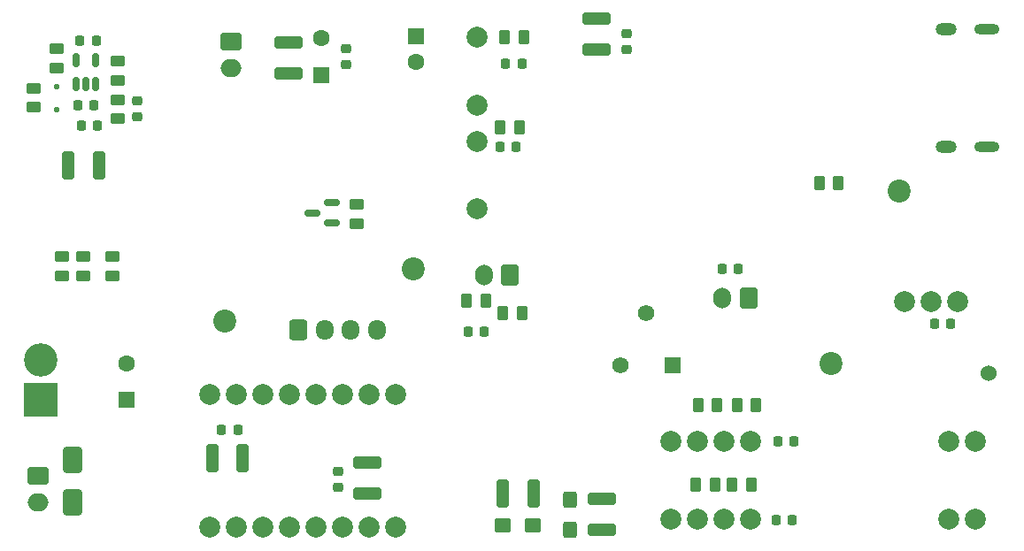
<source format=gbr>
%TF.GenerationSoftware,KiCad,Pcbnew,8.0.1-8.0.1-1~ubuntu22.04.1*%
%TF.CreationDate,2024-04-07T11:52:22+03:00*%
%TF.ProjectId,main-module,6d61696e-2d6d-46f6-9475-6c652e6b6963,rev?*%
%TF.SameCoordinates,Original*%
%TF.FileFunction,Soldermask,Bot*%
%TF.FilePolarity,Negative*%
%FSLAX46Y46*%
G04 Gerber Fmt 4.6, Leading zero omitted, Abs format (unit mm)*
G04 Created by KiCad (PCBNEW 8.0.1-8.0.1-1~ubuntu22.04.1) date 2024-04-07 11:52:22*
%MOMM*%
%LPD*%
G01*
G04 APERTURE LIST*
G04 Aperture macros list*
%AMRoundRect*
0 Rectangle with rounded corners*
0 $1 Rounding radius*
0 $2 $3 $4 $5 $6 $7 $8 $9 X,Y pos of 4 corners*
0 Add a 4 corners polygon primitive as box body*
4,1,4,$2,$3,$4,$5,$6,$7,$8,$9,$2,$3,0*
0 Add four circle primitives for the rounded corners*
1,1,$1+$1,$2,$3*
1,1,$1+$1,$4,$5*
1,1,$1+$1,$6,$7*
1,1,$1+$1,$8,$9*
0 Add four rect primitives between the rounded corners*
20,1,$1+$1,$2,$3,$4,$5,0*
20,1,$1+$1,$4,$5,$6,$7,0*
20,1,$1+$1,$6,$7,$8,$9,0*
20,1,$1+$1,$8,$9,$2,$3,0*%
G04 Aperture macros list end*
%ADD10R,1.560000X1.560000*%
%ADD11C,1.560000*%
%ADD12RoundRect,0.250000X0.262500X0.450000X-0.262500X0.450000X-0.262500X-0.450000X0.262500X-0.450000X0*%
%ADD13RoundRect,0.250000X0.600000X0.750000X-0.600000X0.750000X-0.600000X-0.750000X0.600000X-0.750000X0*%
%ADD14O,1.700000X2.000000*%
%ADD15RoundRect,0.225000X-0.225000X-0.250000X0.225000X-0.250000X0.225000X0.250000X-0.225000X0.250000X0*%
%ADD16RoundRect,0.250000X0.325000X1.100000X-0.325000X1.100000X-0.325000X-1.100000X0.325000X-1.100000X0*%
%ADD17C,2.000000*%
%ADD18RoundRect,0.250000X-0.750000X0.600000X-0.750000X-0.600000X0.750000X-0.600000X0.750000X0.600000X0*%
%ADD19O,2.000000X1.700000*%
%ADD20O,2.000000X1.200000*%
%ADD21O,2.400000X1.000000*%
%ADD22RoundRect,0.250000X-0.600000X-0.725000X0.600000X-0.725000X0.600000X0.725000X-0.600000X0.725000X0*%
%ADD23O,1.700000X1.950000*%
%ADD24R,1.600000X1.600000*%
%ADD25C,1.600000*%
%ADD26C,2.200000*%
%ADD27RoundRect,0.250000X-1.100000X0.325000X-1.100000X-0.325000X1.100000X-0.325000X1.100000X0.325000X0*%
%ADD28C,1.524000*%
%ADD29R,3.200000X3.200000*%
%ADD30O,3.200000X3.200000*%
%ADD31RoundRect,0.250000X0.450000X-0.262500X0.450000X0.262500X-0.450000X0.262500X-0.450000X-0.262500X0*%
%ADD32RoundRect,0.250000X-0.450000X0.262500X-0.450000X-0.262500X0.450000X-0.262500X0.450000X0.262500X0*%
%ADD33RoundRect,0.225000X0.250000X-0.225000X0.250000X0.225000X-0.250000X0.225000X-0.250000X-0.225000X0*%
%ADD34RoundRect,0.125000X0.125000X-0.125000X0.125000X0.125000X-0.125000X0.125000X-0.125000X-0.125000X0*%
%ADD35RoundRect,0.250000X0.425000X-0.537500X0.425000X0.537500X-0.425000X0.537500X-0.425000X-0.537500X0*%
%ADD36RoundRect,0.250000X1.100000X-0.325000X1.100000X0.325000X-1.100000X0.325000X-1.100000X-0.325000X0*%
%ADD37RoundRect,0.250000X-0.537500X-0.425000X0.537500X-0.425000X0.537500X0.425000X-0.537500X0.425000X0*%
%ADD38RoundRect,0.250000X-0.325000X-1.100000X0.325000X-1.100000X0.325000X1.100000X-0.325000X1.100000X0*%
%ADD39RoundRect,0.225000X0.225000X0.250000X-0.225000X0.250000X-0.225000X-0.250000X0.225000X-0.250000X0*%
%ADD40RoundRect,0.150000X0.150000X-0.512500X0.150000X0.512500X-0.150000X0.512500X-0.150000X-0.512500X0*%
%ADD41RoundRect,0.150000X0.587500X0.150000X-0.587500X0.150000X-0.587500X-0.150000X0.587500X-0.150000X0*%
%ADD42RoundRect,0.250000X-0.650000X1.000000X-0.650000X-1.000000X0.650000X-1.000000X0.650000X1.000000X0*%
%ADD43RoundRect,0.250000X-0.262500X-0.450000X0.262500X-0.450000X0.262500X0.450000X-0.262500X0.450000X0*%
%ADD44RoundRect,0.225000X-0.250000X0.225000X-0.250000X-0.225000X0.250000X-0.225000X0.250000X0.225000X0*%
G04 APERTURE END LIST*
D10*
%TO.C,RV1*%
X121300000Y-81240000D03*
D11*
X118800000Y-76240000D03*
X116300000Y-81240000D03*
%TD*%
D12*
%TO.C,R8*%
X106912500Y-76200000D03*
X105087500Y-76200000D03*
%TD*%
%TO.C,R6*%
X103412500Y-75000000D03*
X101587500Y-75000000D03*
%TD*%
D13*
%TO.C,J4*%
X105750000Y-72525000D03*
D14*
X103250000Y-72525000D03*
%TD*%
D15*
%TO.C,C7*%
X101725000Y-78000000D03*
X103275000Y-78000000D03*
%TD*%
D16*
%TO.C,C14*%
X107975000Y-93500000D03*
X105025000Y-93500000D03*
%TD*%
D17*
%TO.C,U5*%
X77060000Y-96675000D03*
X79600000Y-96675000D03*
X82140000Y-96675000D03*
X84680000Y-96675000D03*
X87220000Y-96675000D03*
X89760000Y-96675000D03*
X92300000Y-96675000D03*
X94840000Y-96675000D03*
X77060000Y-83975000D03*
X79600000Y-83975000D03*
X82140000Y-83975000D03*
X84680000Y-83975000D03*
X87220000Y-83975000D03*
X89760000Y-83975000D03*
X92300000Y-83975000D03*
X94840000Y-83975000D03*
%TD*%
D18*
%TO.C,J9*%
X60570000Y-91800000D03*
D19*
X60570000Y-94300000D03*
%TD*%
D18*
%TO.C,J1*%
X79060000Y-50250000D03*
D19*
X79060000Y-52750000D03*
%TD*%
D17*
%TO.C,U7*%
X143495000Y-75100000D03*
X146035000Y-75100000D03*
X148575000Y-75100000D03*
%TD*%
D20*
%TO.C,J2*%
X147475000Y-60250000D03*
D21*
X151400000Y-60250000D03*
D20*
X147475000Y-49050000D03*
D21*
X151400000Y-49050000D03*
%TD*%
D22*
%TO.C,J5*%
X85500000Y-77800000D03*
D23*
X88000000Y-77800000D03*
X90500000Y-77800000D03*
X93000000Y-77800000D03*
%TD*%
D17*
%TO.C,SW1*%
X102635000Y-56275000D03*
X102635000Y-49775000D03*
%TD*%
D24*
%TO.C,C28*%
X96735000Y-49700000D03*
D25*
X96735000Y-52200000D03*
%TD*%
D26*
%TO.C,H2*%
X96500000Y-72000000D03*
%TD*%
%TO.C,H1*%
X78500000Y-77000000D03*
%TD*%
D24*
%TO.C,C4*%
X87735000Y-53400000D03*
D25*
X87735000Y-49900000D03*
%TD*%
D26*
%TO.C,H4*%
X143000000Y-64500000D03*
%TD*%
D17*
%TO.C,U6*%
X150300000Y-88500000D03*
X147760000Y-88500000D03*
X128800000Y-88500000D03*
X126260000Y-88500000D03*
X123720000Y-88500000D03*
X121180000Y-88500000D03*
%TD*%
D27*
%TO.C,C15*%
X114500000Y-94025000D03*
X114500000Y-96975000D03*
%TD*%
D17*
%TO.C,SW5*%
X102635000Y-59750000D03*
X102635000Y-66250000D03*
%TD*%
D28*
%TO.C,TP1*%
X151500000Y-82000000D03*
%TD*%
D17*
%TO.C,U11*%
X150235000Y-95900000D03*
X147695000Y-95900000D03*
X128735000Y-95900000D03*
X126195000Y-95900000D03*
X123655000Y-95900000D03*
X121115000Y-95900000D03*
%TD*%
D24*
%TO.C,C32*%
X69095000Y-84500000D03*
D25*
X69095000Y-81000000D03*
%TD*%
D13*
%TO.C,J7*%
X128550000Y-74800000D03*
D14*
X126050000Y-74800000D03*
%TD*%
D29*
%TO.C,D4*%
X60895000Y-84505000D03*
D30*
X60895000Y-80695000D03*
%TD*%
D26*
%TO.C,H3*%
X136500000Y-81000000D03*
%TD*%
D12*
%TO.C,R23*%
X128847500Y-92600000D03*
X127022500Y-92600000D03*
%TD*%
D15*
%TO.C,C34*%
X126025000Y-72000000D03*
X127575000Y-72000000D03*
%TD*%
D31*
%TO.C,R21*%
X67700000Y-72612500D03*
X67700000Y-70787500D03*
%TD*%
D32*
%TO.C,R3*%
X91095000Y-65800000D03*
X91095000Y-67625000D03*
%TD*%
D12*
%TO.C,R29*%
X106647500Y-58400000D03*
X104822500Y-58400000D03*
%TD*%
D32*
%TO.C,R20*%
X64895000Y-70800000D03*
X64895000Y-72625000D03*
%TD*%
D12*
%TO.C,R13*%
X125557500Y-85000000D03*
X123732500Y-85000000D03*
%TD*%
D15*
%TO.C,C37*%
X104785000Y-60300000D03*
X106335000Y-60300000D03*
%TD*%
D33*
%TO.C,C31*%
X116900000Y-50975000D03*
X116900000Y-49425000D03*
%TD*%
D27*
%TO.C,C30*%
X114000000Y-48025000D03*
X114000000Y-50975000D03*
%TD*%
D12*
%TO.C,R22*%
X125347500Y-92600000D03*
X123522500Y-92600000D03*
%TD*%
D34*
%TO.C,D5*%
X62395000Y-56700000D03*
X62395000Y-54500000D03*
%TD*%
D35*
%TO.C,C17*%
X111500000Y-96937500D03*
X111500000Y-94062500D03*
%TD*%
D36*
%TO.C,C11*%
X92125000Y-93500000D03*
X92125000Y-90550000D03*
%TD*%
D37*
%TO.C,C16*%
X105062500Y-96500000D03*
X107937500Y-96500000D03*
%TD*%
D38*
%TO.C,C24*%
X63520000Y-62100000D03*
X66470000Y-62100000D03*
%TD*%
D39*
%TO.C,C33*%
X65970000Y-56300000D03*
X64420000Y-56300000D03*
%TD*%
%TO.C,C19*%
X79700000Y-87425000D03*
X78150000Y-87425000D03*
%TD*%
D15*
%TO.C,C20*%
X146360000Y-77200000D03*
X147910000Y-77200000D03*
%TD*%
D39*
%TO.C,C25*%
X66275000Y-58300000D03*
X64725000Y-58300000D03*
%TD*%
%TO.C,C29*%
X66170000Y-50100000D03*
X64620000Y-50100000D03*
%TD*%
D40*
%TO.C,U10*%
X66145000Y-54237500D03*
X65195000Y-54237500D03*
X64245000Y-54237500D03*
X64245000Y-51962500D03*
X66145000Y-51962500D03*
%TD*%
D31*
%TO.C,R19*%
X62895000Y-72625000D03*
X62895000Y-70800000D03*
%TD*%
%TO.C,R15*%
X68195000Y-53912500D03*
X68195000Y-52087500D03*
%TD*%
D33*
%TO.C,C26*%
X70095000Y-57450000D03*
X70095000Y-55900000D03*
%TD*%
D41*
%TO.C,Q1*%
X88732500Y-65662500D03*
X88732500Y-67562500D03*
X86857500Y-66612500D03*
%TD*%
D12*
%TO.C,R14*%
X129307500Y-85000000D03*
X127482500Y-85000000D03*
%TD*%
D15*
%TO.C,C21*%
X131370000Y-88500000D03*
X132920000Y-88500000D03*
%TD*%
D33*
%TO.C,C1*%
X90035000Y-52422349D03*
X90035000Y-50872349D03*
%TD*%
D36*
%TO.C,C2*%
X84535000Y-53222349D03*
X84535000Y-50272349D03*
%TD*%
D42*
%TO.C,D6*%
X63900000Y-90300000D03*
X63900000Y-94300000D03*
%TD*%
D31*
%TO.C,R18*%
X60195000Y-56512500D03*
X60195000Y-54687500D03*
%TD*%
D43*
%TO.C,R9*%
X135337500Y-63800000D03*
X137162500Y-63800000D03*
%TD*%
D31*
%TO.C,R16*%
X68195000Y-57612500D03*
X68195000Y-55787500D03*
%TD*%
D15*
%TO.C,C27*%
X131225000Y-96000000D03*
X132775000Y-96000000D03*
%TD*%
D12*
%TO.C,R12*%
X107047500Y-49800000D03*
X105222500Y-49800000D03*
%TD*%
D16*
%TO.C,C22*%
X80200000Y-90125000D03*
X77250000Y-90125000D03*
%TD*%
D31*
%TO.C,R17*%
X62395000Y-52712500D03*
X62395000Y-50887500D03*
%TD*%
D44*
%TO.C,C12*%
X89325000Y-91350000D03*
X89325000Y-92900000D03*
%TD*%
D15*
%TO.C,C23*%
X105325000Y-52300000D03*
X106875000Y-52300000D03*
%TD*%
M02*

</source>
